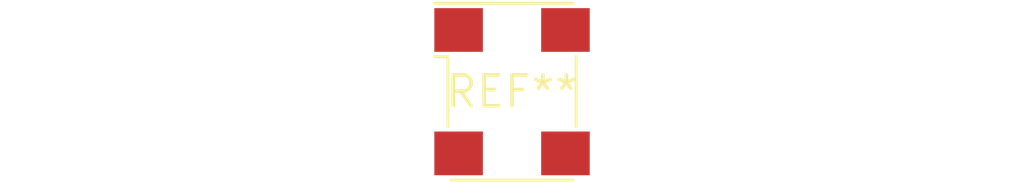
<source format=kicad_pcb>
(kicad_pcb (version 20240108) (generator pcbnew)
  (layers (0 "F.Cu" signal) (31 "B.Cu" signal) (34 "B.Paste" user) (35 "F.Paste" user) (36 "B.SilkS" user "B.Silkscreen") (37 "F.SilkS" user "F.Silkscreen") (38 "B.Mask" user) (39 "F.Mask" user) (44 "Edge.Cuts" user))
  (net 0 "")
  (footprint "Oscillator_SMD_Diodes_FN-4Pin_7.0x5.0mm" (layer "F.Cu") (at 0 0)
    (property "Reference" "REF**")
    (property "Value" "Oscillator_SMD_Diodes_FN-4Pin_7.0x5.0mm")
    (fp_line (start -3.2 -3.64) (end 2.5 -3.64) (layer "F.SilkS") (stroke (width 0.12)))
    (fp_line (start -2.64 -1.44) (end -3.2 -1.44) (layer "F.SilkS") (stroke (width 0.12)))
    (fp_line (start -2.64 -1.44) (end -2.64 1.44) (layer "F.SilkS") (stroke (width 0.12)))
    (fp_line (start -2.5 3.64) (end 2.5 3.64) (layer "F.SilkS") (stroke (width 0.12)))
    (fp_line (start 2.64 -1.44) (end 2.64 1.44) (layer "F.SilkS") (stroke (width 0.12)))
    (pad "1" smd rect (at -2.2 -2.54) (size 2 1.8) (layers "F.Cu" "F.Paste" "F.Mask"))
    (pad "2" smd rect (at -2.2 2.54) (size 2 1.8) (layers "F.Cu" "F.Paste" "F.Mask"))
    (pad "3" smd rect (at 2.2 2.54) (size 2 1.8) (layers "F.Cu" "F.Paste" "F.Mask"))
    (pad "4" smd rect (at 2.2 -2.54) (size 2 1.8) (layers "F.Cu" "F.Paste" "F.Mask"))
  )
)
</source>
